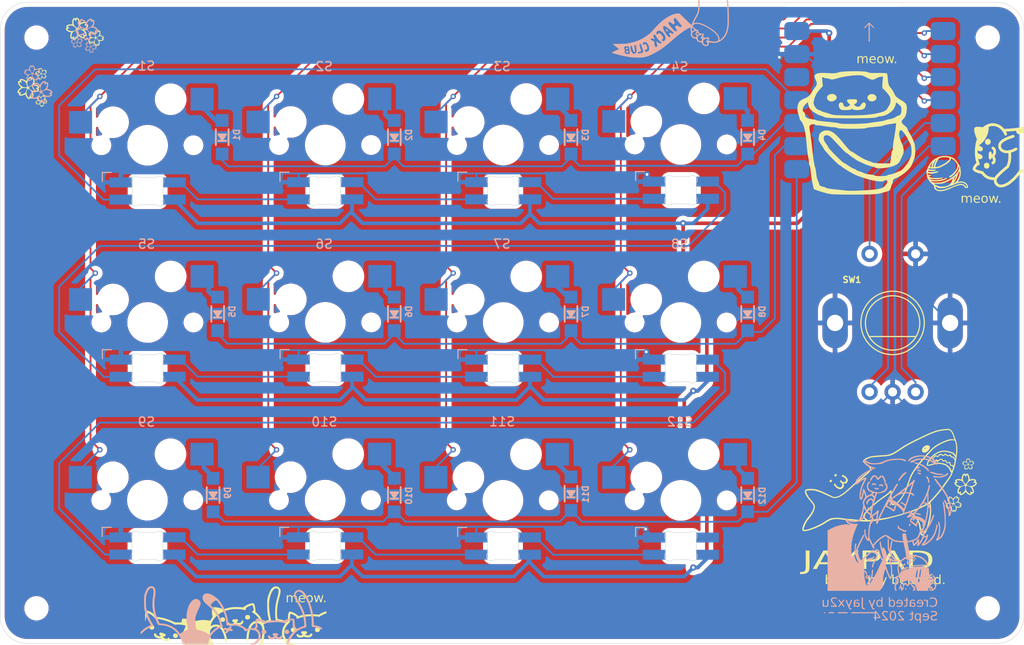
<source format=kicad_pcb>
(kicad_pcb (version 20240108) (generator "pcbnew") (generator_version "8.0")
  (layers (0 "F.Cu" signal) (31 "B.Cu" signal) (34 "B.Paste" user) (35 "F.Paste" user) (36 "B.SilkS" user "B.Silkscreen") (37 "F.SilkS" user "F.Silkscreen") (38 "B.Mask" user) (39 "F.Mask" user) (44 "Edge.Cuts" user))
  (net 0 "")
  (net 1 "ROW0")
  (net 2 "ROW1")
  (net 3 "ROW2")
  (net 4 "+5V")
  (net 5 "GND")
  (net 6 "COL0")
  (net 7 "COL1")
  (net 8 "COL2")
  (net 9 "ENC_A")
  (net 10 "ENC_B")
  (net 11 "ENC_SW")
  (net 12 "RGB")
  (net 13 "Net-(D3-PadA)")
  (net 14 "Net-(D6-PadA)")
  (net 16 "Net-(S1-DOUT)")
  (net 17 "Net-(S2-DOUT)")
  (net 18 "Net-(S3-DOUT)")
  (net 19 "Net-(S4-DOUT)")
  (net 20 "Net-(S5-DOUT)")
  (net 21 "Net-(S6-DOUT)")
  (net 22 "Net-(S7-DOUT)")
  (net 23 "Net-(S8-DOUT)")
  (net 24 "Net-(D9-PadA)")
  (net 25 "Net-(D1-PadA)")
  (net 26 "Net-(D2-PadA)")
  (net 27 "Net-(D4-PadA)")
  (net 28 "Net-(D5-PadA)")
  (net 29 "Net-(D7-PadA)")
  (net 30 "Net-(D8-PadA)")
  (net 31 "Net-(D10-PadA)")
  (net 32 "Net-(D11-PadA)")
  (net 33 "Net-(D12-PadA)")
  (net 34 "COL3")
  (net 35 "Net-(S10-DIN)")
  (net 36 "Net-(S10-DOUT)")
  (net 37 "Net-(S11-DOUT)")
  (footprint "LOGO" (layer "F.Cu") (at 129.5 62.5)
    (property "Reference" "G***" (hide yes))
    (property "Value" "LOGO" (hide yes))
  )
  (footprint "LOGO" (layer "F.Cu") (at 43.5 51 10)
    (property "Reference" "G***" (hide yes))
    (property "Value" "LOGO" (hide yes))
  )
  (footprint "JayPad:CherryMX_1.00u_KailhSocket_LTST-A683CEGBW-HS" (layer "F.Cu") (at 51.27 83.45)
    (property "Reference" "S8")
    (property "Value" "CherryMX_LTST-A683CEGBW" (hide yes))
    (fp_line (start -1.70001 5.755686) (end -1.70001 4.350002) (stroke (width 0.05)) (layer "Edge.Cuts"))
    (fp_line (start -0.794463 3.552845) (end 0.794442 3.552845) (stroke (width 0.05)) (layer "Edge.Cuts"))
    (fp_line (start 0.794441 6.552844) (end -0.794463 6.552844) (stroke (width 0.05)) (layer "Edge.Cuts"))
    (fp_line (start 1.699988 4.350002) (end 1.699988 5.755686) (stroke (width 0.05)) (layer "Edge.Cuts"))
    (fp_arc (start -1.749495 4.133124) (mid -1.712538 4.238776) (end -1.70001 4.350002) (stroke (width 0.05)) (layer "Edge.Cuts"))
    (fp_arc (start -1.749495 4.133124) (mid -1.638083 3.548809) (end -1.046722 3.484545) (stroke (width 0.05)) (layer "Edge.Cuts"))
    (fp_arc (start -1.70001 5.755687) (mid -1.712538 5.866912) (end -1.749495 5.972564) (stroke (width 0.05)) (layer "Edge.Cuts"))
    (fp_arc (start -1.046722 6.621141) (mid -1.638082 6.556879) (end -1.749495 5.972564) (stroke (width 0.05)) (layer "Edge.Cuts"))
    (fp_arc (start -1.046721 6.621143) (mid -0.925133 6.570221) (end -0.794463 6.552844) (stroke (width 0.05)) (layer "Edge.Cuts"))
    (fp_arc (start -0.794464 3.552844) (mid -0.925134 3.535467) (end -1.046722 3.484545) (stroke (width 0.05)) (layer "Edge.Cuts"))
    (fp_arc (start 0.794441 6.552844) (mid 0.925112 6.570221) (end 1.0467 6.621143) (stroke (width 0.05)) (layer "Edge.Cuts"))
    (fp_arc (start 1.0467 3.484546) (mid 0.925112 3.535468) (end 0.794442 3.552845) (stroke (width 0.05)) (layer "Edge.Cuts"))
    (fp_arc (start 1.0467 3.484546) (mid 1.638059 3.548807) (end 1.749473 4.133124) (stroke (width 0.05)) (layer "Edge.Cuts"))
    (fp_arc (start 1.699988 4.350001) (mid 1.712514 4.238775) (end 1.749473 4.133124) (stroke (width 0.05)) (layer "Edge.Cuts"))
    (fp_arc (start 1.749473 5.972563) (mid 1.638061 6.556879) (end 1.0467 6.621143) (stroke (width 0.05)) (layer "Edge.Cuts"))
    (fp_arc (start 1.749473 5.972564) (mid 1.712512 5.866914) (end 1.699988 5.755686) (stroke (width 0.05)) (layer "Edge.Cuts"))
  )
  (footprint "LOGO" (layer "F.Cu") (at 141.818177 99.098137 75)
    (property "Reference" "G***" (hide yes))
    (property "Value" "LOGO" (hide yes))
  )
  (footprint "JayPad:CherryMX_1.00u_KailhSocket_LTST-A683CEGBW-HS" (layer "F.Cu") (at 70.88 63.86)
    (property "Reference" "S3")
    (property "Value" "CherryMX_LTST-A683CEGBW" (hide yes))
    (fp_line (start -1.70001 5.755686) (end -1.70001 4.350002) (stroke (width 0.05)) (layer "Edge.Cuts"))
    (fp_line (start -0.794463 3.552845) (end 0.794442 3.552845) (stroke (width 0.05)) (layer "Edge.Cuts"))
    (fp_line (start 0.794441 6.552844) (end -0.794463 6.552844) (stroke (width 0.05)) (layer "Edge.Cuts"))
    (fp_line (start 1.699988 4.350002) (end 1.699988 5.755686) (stroke (width 0.05)) (layer "Edge.Cuts"))
    (fp_arc (start -1.749495 4.133124) (mid -1.712538 4.238776) (end -1.70001 4.350002) (stroke (width 0.05)) (layer "Edge.Cuts"))
    (fp_arc (start -1.749495 4.133124) (mid -1.638083 3.548809) (end -1.046722 3.484545) (stroke (width 0.05)) (layer "Edge.Cuts"))
    (fp_arc (start -1.70001 5.755687) (mid -1.712538 5.866912) (end -1.749495 5.972564) (stroke (width 0.05)) (layer "Edge.Cuts"))
    (fp_arc (start -1.046722 6.621141) (mid -1.638082 6.556879) (end -1.749495 5.972564) (stroke (width 0.05)) (layer "Edge.Cuts"))
    (fp_arc (start -1.046721 6.621143) (mid -0.925133 6.570221) (end -0.794463 6.552844) (stroke (width 0.05)) (layer "Edge.Cuts"))
    (fp_arc (start -0.794464 3.552844) (mid -0.925134 3.535467) (end -1.046722 3.484545) (stroke (width 0.05)) (layer "Edge.Cuts"))
    (fp_arc (start 0.794441 6.552844) (mid 0.925112 6.570221) (end 1.0467 6.621143) (stroke (width 0.05)) (layer "Edge.Cuts"))
    (fp_arc (start 1.0467 3.484546) (mid 0.925112 3.535468) (end 0.794442 3.552845) (stroke (width 0.05)) (layer "Edge.Cuts"))
    (fp_arc (start 1.0467 3.484546) (mid 1.638059 3.548807) (end 1.749473 4.133124) (stroke (width 0.05)) (layer "Edge.Cuts"))
    (fp_arc (start 1.699988 4.350001) (mid 1.712514 4.238775) (end 1.749473 4.133124) (stroke (width 0.05)) (layer "Edge.Cuts"))
    (fp_arc (start 1.749473 5.972563) (mid 1.638061 6.556879) (end 1.0467 6.621143) (stroke (width 0.05)) (layer "Edge.Cuts"))
    (fp_arc (start 1.749473 5.972564) (mid 1.712512 5.866914) (end 1.699988 5.755686) (stroke (width 0.05)) (layer "Edge.Cuts"))
  )
  (footprint "LOGO" (layer "F.Cu") (at 141.562522 101.319539)
    (property "Reference" "G***" (hide yes))
    (property "Value" "LOGO" (hide yes))
  )
  (footprint "LOGO" (layer "F.Cu") (at 140.196168 103.413122 40)
    (property "Reference" "G***" (hide yes))
    (property "Value" "LOGO" (hide yes))
  )
  (footprint "LOGO" (layer "F.Cu") (at 143 64.77733 90)
    (property "Reference" "G***" (hide yes))
    (property "Value" "LOGO" (hide yes))
  )
  (footprint "JayPad:CherryMX_1.00u_KailhSocket_LTST-A683CEGBW-HS" (layer "F.Cu") (at 51.25 103.07)
    (property "Reference" "S12")
    (property "Value" "CherryMX_LTST-A683CEGBW" (hide yes))
    (fp_line (start -1.70001 5.755686) (end -1.70001 4.350002) (stroke (width 0.05)) (layer "Edge.Cuts"))
    (fp_line (start -0.794463 3.552845) (end 0.794442 3.552845) (stroke (width 0.05)) (layer "Edge.Cuts"))
    (fp_line (start 0.794441 6.552844) (end -0.794463 6.552844) (stroke (width 0.05)) (layer "Edge.Cuts"))
    (fp_line (start 1.699988 4.350002) (end 1.699988 5.755686) (stroke (width 0.05)) (layer "Edge.Cuts"))
    (fp_arc (start -1.749495 4.133124) (mid -1.712538 4.238776) (end -1.70001 4.350002) (stroke (width 0.05)) (layer "Edge.Cuts"))
    (fp_arc (start -1.749495 4.133124) (mid -1.638083 3.548809) (end -1.046722 3.484545) (stroke (width 0.05)) (layer "Edge.Cuts"))
    (fp_arc (start -1.70001 5.755687) (mid -1.712538 5.866912) (end -1.749495 5.972564) (stroke (width 0.05)) (layer "Edge.Cuts"))
    (fp_arc (start -1.046722 6.621141) (mid -1.638082 6.556879) (end -1.749495 5.972564) (stroke (width 0.05)) (layer "Edge.Cuts"))
    (fp_arc (start -1.046721 6.621143) (mid -0.925133 6.570221) (end -0.794463 6.552844) (stroke (width 0.05)) (layer "Edge.Cuts"))
    (fp_arc (start -0.794464 3.552844) (mid -0.925134 3.535467) (end -1.046722 3.484545) (stroke (width 0.05)) (layer "Edge.Cuts"))
    (fp_arc (start 0.794441 6.552844) (mid 0.925112 6.570221) (end 1.0467 6.621143) (stroke (width 0.05)) (layer "Edge.Cuts"))
    (fp_arc (start 1.0467 3.484546) (mid 0.925112 3.535468) (end 0.794442 3.552845) (stroke (width 0.05)) (layer "Edge.Cuts"))
    (fp_arc (start 1.0467 3.484546) (mid 1.638059 3.548807) (end 1.749473 4.133124) (stroke (width 0.05)) (layer "Edge.Cuts"))
    (fp_arc (start 1.699988 4.350001) (mid 1.712514 4.238775) (end 1.749473 4.133124) (stroke (width 0.05)) (layer "Edge.Cuts"))
    (fp_arc (start 1.749473 5.972563) (mid 1.638061 6.556879) (end 1.0467 6.621143) (stroke (width 0.05)) (layer "Edge.Cuts"))
    (fp_arc (start 1.749473 5.972564) (mid 1.712512 5.866914) (end 1.699988 5.755686) (stroke (width 0.05)) (layer "Edge.Cuts"))
  )
  (footprint "JayPad:CherryMX_1.00u_KailhSocket_LTST-A683CEGBW-HS" (layer "F.Cu") (at 110.13 103.09)
    (property "Reference" "S9")
    (property "Value" "CherryMX_LTST-A683CEGBW" (hide yes))
    (fp_line (start -1.70001 5.755686) (end -1.70001 4.350002) (stroke (width 0.05)) (layer "Edge.Cuts"))
    (fp_line (start -0.794463 3.552845) (end 0.794442 3.552845) (stroke (width 0.05)) (layer "Edge.Cuts"))
    (fp_line (start 0.794441 6.552844) (end -0.794463 6.552844) (stroke (width 0.05)) (layer "Edge.Cuts"))
    (fp_line (start 1.699988 4.350002) (end 1.699988 5.755686) (stroke (width 0.05)) (layer "Edge.Cuts"))
    (fp_arc (start -1.749495 4.133124) (mid -1.712538 4.238776) (end -1.70001 4.350002) (stroke (width 0.05)) (layer "Edge.Cuts"))
    (fp_arc (start -1.749495 4.133124) (mid -1.638083 3.548809) (end -1.046722 3.484545) (stroke (width 0.05)) (layer "Edge.Cuts"))
    (fp_arc (start -1.70001 5.755687) (mid -1.712538 5.866912) (end -1.749495 5.972564) (stroke (width 0.05)) (layer "Edge.Cuts"))
    (fp_arc (start -1.046722 6.621141) (mid -1.638082 6.556879) (end -1.749495 5.972564) (stroke (width 0.05)) (layer "Edge.Cuts"))
    (fp_arc (start -1.046721 6.621143) (mid -0.925133 6.570221) (end -0.794463 6.552844) (stroke (width 0.05)) (layer "Edge.Cuts"))
    (fp_arc (start -0.794464 3.552844) (mid -0.925134 3.535467) (end -1.046722 3.484545) (stroke (width 0.05)) (layer "Edge.Cuts"))
    (fp_arc (start 0.794441 6.552844) (mid 0.925112 6.570221) (end 1.0467 6.621143) (stroke (width 0.05)) (layer "Edge.Cuts"))
    (fp_arc (start 1.0467 3.484546) (mid 0.925112 3.535468) (end 0.794442 3.552845) (stroke (width 0.05)) (layer "Edge.Cuts"))
    (fp_arc (start 1.0467 3.484546) (mid 1.638059 3.548807) (end 1.749473 4.133124) (stroke (width 0.05)) (layer "Edge.Cuts"))
    (fp_arc (start 1.699988 4.350001) (mid 1.712514 4.238775) (end 1.749473 4.133124) (stroke (width 0.05)) (layer "Edge.Cuts"))
    (fp_arc (start 1.749473 5.972563) (mid 1.638061 6.556879) (end 1.0467 6.621143) (stroke (width 0.05)) (layer "Edge.Cuts"))
    (fp_arc (start 1.749473 5.972564) (mid 1.712512 5.866914) (end 1.699988 5.755686) (stroke (width 0.05)) (layer "Edge.Cuts"))
  )
  (footprint "MountingHole:MountingHole_2.2mm_M2" (layer "F.Cu") (at 144 52)
    (property "Reference" "REF**" (hide yes))
    (property "Value" "MountingHole_2.2mm_M2" (hide yes))
  )
  (footprint "LOGO" (layer "F.Cu") (at 45.5 52 50)
    (property "Reference" "G***" (hide yes))
    (property "Value" "LOGO" (hide yes))
  )
  (footprint "JayPad:CherryMX_1.00u_KailhSocket_LTST-A683CEGBW-HS" (layer "F.Cu") (at 51.27 63.89)
    (property "Reference" "S4")
    (property "Value" "CherryMX_LTST-A683CEGBW" (hide yes))
    (fp_line (start -1.70001 5.755686) (end -1.70001 4.350002) (stroke (width 0.05)) (layer "Edge.Cuts"))
    (fp_line (start -0.794463 3.552845) (end 0.794442 3.552845) (stroke (width 0.05)) (layer "Edge.Cuts"))
    (fp_line (start 0.794441 6.552844) (end -0.794463 6.552844) (stroke (width 0.05)) (layer "Edge.Cuts"))
    (fp_line (start 1.699988 4.350002) (end 1.699988 5.755686) (stroke (width 0.05)) (layer "Edge.Cuts"))
    (fp_arc (start -1.749495 4.133124) (mid -1.712538 4.238776) (end -1.70001 4.350002) (stroke (width 0.05)) (layer "Edge.Cuts"))
    (fp_arc (start -1.749495 4.133124) (mid -1.638083 3.548809) (end -1.046722 3.484545) (stroke (width 0.05)) (layer "Edge.Cuts"))
    (fp_arc (start -1.70001 5.755687) (mid -1.712538 5.866912) (end -1.749495 5.972564) (stroke (width 0.05)) (layer "Edge.Cuts"))
    (fp_arc (start -1.046722 6.621141) (mid -1.638082 6.556879) (end -1.749495 5.972564) (stroke (width 0.05)) (layer "Edge.Cuts"))
    (fp_arc (start -1.046721 6.621143) (mid -0.925133 6.570221) (end -0.794463 6.552844) (stroke (width 0.05)) (layer "Edge.Cuts"))
    (fp_arc (start -0.794464 3.552844) (mid -0.925134 3.535467) (end -1.046722 3.484545) (stroke (width 0.05)) (layer "Edge.Cuts"))
    (fp_arc (start 0.794441 6.552844) (mid 0.925112 6.570221) (end 1.0467 6.621143) (stroke (width 0.05)) (layer "Edge.Cuts"))
    (fp_arc (start 1.0467 3.484546) (mid 0.925112 3.535468) (end 0.794442 3.552845) (stroke (width 0.05)) (layer "Edge.Cuts"))
    (fp_arc (start 1.0467 3.484546) (mid 1.638059 3.548807) (end 1.749473 4.133124) (stroke (width 0.05)) (layer "Edge.Cuts"))
    (fp_arc (start 1.699988 4.350001) (mid 1.712514 4.238775) (end 1.749473 4.133124) (stroke (width 0.05)) (layer "Edge.Cuts"))
    (fp_arc (start 1.749473 5.972563) (mid 1.638061 6.556879) (end 1.0467 6.621143) (stroke (width 0.05)) (layer "Edge.Cuts"))
    (fp_arc (start 1.749473 5.972564) (mid 1.712512 5.866914) (end 1.699988 5.755686) (stroke (width 0.05)) (layer "Edge.Cuts"))
  )
  (footprint "JayPad:CherryMX_1.00u_KailhSocket_LTST-A683CEGBW-HS" (layer "F.Cu") (at 90.52 83.45)
    (property "Reference" "S6")
    (property "Value" "CherryMX_LTST-A683CEGBW" (hide yes))
    (fp_line (start -1.70001 5.755686) (end -1.70001 4.350002) (stroke (width 0.05)) (layer "Edge.Cuts"))
    (fp_line (start -0.794463 3.552845) (end 0.794442 3.552845) (stroke (width 0.05)) (layer "Edge.Cuts"))
    (fp_line (start 0.794441 6.552844) (end -0.794463 6.552844) (stroke (width 0.05)) (layer "Edge.Cuts"))
    (fp_line (start 1.699988 4.350002) (end 1.699988 5.755686) (stroke (width 0.05)) (layer "Edge.Cuts"))
    (fp_arc (start -1.749495 4.133124) (mid -1.712538 4.238776) (end -1.70001 4.350002) (stroke (width 0.05)) (layer "Edge.Cuts"))
    (fp_arc (start -1.749495 4.133124) (mid -1.638083 3.548809) (end -1.046722 3.484545) (stroke (width 0.05)) (layer "Edge.Cuts"))
    (fp_arc (start -1.70001 5.755687) (mid -1.712538 5.866912) (end -1.749495 5.972564) (stroke (width 0.05)) (layer "Edge.Cuts"))
    (fp_arc (start -1.046722 6.621141) (mid -1.638082 6.556879) (end -1.749495 5.972564) (stroke (width 0.05)) (layer "Edge.Cuts"))
    (fp_arc (start -1.046721 6.621143) (mid -0.925133 6.570221) (end -0.794463 6.552844) (stroke (width 0.05)) (layer "Edge.Cuts"))
    (fp_arc (start -0.794464 3.552844) (mid -0.925134 3.535467) (end -1.046722 3.484545) (stroke (width 0.05)) (layer "Edge.Cuts"))
    (fp_arc (start 0.794441 6.552844) (mid 0.925112 6.570221) (end 1.0467 6.621143) (stroke (width 0.05)) (layer "Edge.Cuts"))
    (fp_arc (start 1.0467 3.484546) (mid 0.925112 3.535468) (end 0.794442 3.552845) (stroke (width 0.05)) (layer "Edge.Cuts"))
    (fp_arc (start 1.0467 3.484546) (mid 1.638059 3.548807) (end 1.749473 4.133124) (stroke (width 0.05)) (layer "Edge.Cuts"))
    (fp_arc (start 1.699988 4.350001) (mid 1.712514 4.238775) (end 1.749473 4.133124) (stroke (width 0.05)) (layer "Edge.Cuts"))
    (fp_arc (start 1.749473 5.972563) (mid 1.638061 6.556879) (end 1.0467 6.621143) (stroke (width 0.05)) (layer "Edge.Cuts"))
    (fp_arc (start 1.749473 5.972564) (mid 1.712512 5.866914) (end 1.699988 5.755686) (stroke (width 0.05)) (layer "Edge.Cuts"))
  )
  (footprint "JayPad:CherryMX_1.00u_KailhSocket_LTST-A683CEGBW-HS" (layer "F.Cu") (at 110.12 83.45)
    (property "Reference" "S5")
    (property "Value" "CherryMX_LTST-A683CEGBW" (hide yes))
    (fp_line (start -1.70001 5.755686) (end -1.70001 4.350002) (stroke (width 0.05)) (layer "Edge.Cuts"))
    (fp_line (start -0.794463 3.552845) (end 0.794442 3.552845) (stroke (width 0.05)) (layer "Edge.Cuts"))
    (fp_line (start 0.794441 6.552844) (end -0.794463 6.552844) (stroke (width 0.05)) (layer "Edge.Cuts"))
    (fp_line (start 1.699988 4.350002) (end 1.699988 5.755686) (stroke (width 0.05)) (layer "Edge.Cuts"))
    (fp_arc (start -1.749495 4.133124) (mid -1.712538 4.238776) (end -1.70001 4.350002) (stroke (width 0.05)) (layer "Edge.Cuts"))
    (fp_arc (start -1.749495 4.133124) (mid -1.638083 3.548809) (end -1.046722 3.484545) (stroke (width 0.05)) (layer "Edge.Cuts"))
    (fp_arc (start -1.70001 5.755687) (mid -1.712538 5.866912) (end -1.749495 5.972564) (stroke (width 0.05)) (layer "Edge.Cuts"))
    (fp_arc (start -1.046722 6.621141) (mid -1.638082 6.556879) (end -1.749495 5.972564) (stroke (width 0.05)) (layer "Edge.Cuts"))
    (fp_arc (start -1.046721 6.621143) (mid -0.925133 6.570221) (end -0.794463 6.552844) (stroke (width 0.05)) (layer "Edge.Cuts"))
    (fp_arc (start -0.794464 3.552844) (mid -0.925134 3.535467) (end -1.046722 3.484545) (stroke (width 0.05)) (layer "Edge.Cuts"))
    (fp_arc (start 0.794441 6.552844) (mid 0.925112 6.570221) (end 1.0467 6.621143) (stroke (width 0.05)) (layer "Edge.Cuts"))
    (fp_arc (start 1.0467 3.484546) (mid 0.925112 3.535468) (end 0.794442 3.552845) (stroke (width 0.05)) (layer "Edge.Cuts"))
    (fp_arc (start 1.0467 3.484546) (mid 1.638059 3.548807) (end 1.749473 4.133124) (stroke (width 0.05)) (layer "Edge.Cuts"))
    (fp_arc (start 1.699988 4.350001) (mid 1.712514 4.238775) (end 1.749473 4.133124) (stroke (width 0.05)) (layer "Edge.Cuts"))
    (fp_arc (start 1.749473 5.972563) (mid 1.638061 6.556879) (end 1.0467 6.621143) (stroke (width 0.05)) (layer "Edge.Cuts"))
    (fp_arc (start 1.749473 5.972564) (mid 1.712512 5.866914) (end 1.699988 5.755686) (stroke (width 0.05)) (layer "Edge.Cuts"))
  )
  (footprint "JayPad:CherryMX_1.00u_KailhSocket_LTST-A683CEGBW-HS" (layer "F.Cu") (at 90.52 63.86)
    (property "Reference" "S2")
    (property "Value" "CherryMX_LTST-A683CEGBW" (hide yes))
    (fp_line (start -1.70001 5.755686) (end -1.70001 4.350002) (stroke (width 0.05)) (layer "Edge.Cuts"))
    (fp_line (start -0.794463 3.552845) (end 0.794442 3.552845) (stroke (width 0.05)) (layer "Edge.Cuts"))
    (fp_line (start 0.794441 6.552844) (end -0.794463 6.552844) (stroke (width 0.05)) (layer "Edge.Cuts"))
    (fp_line (start 1.699988 4.350002) (end 1.699988 5.755686) (stroke (width 0.05)) (layer "Edge.Cuts"))
    (fp_arc (start -1.749495 4.133124) (mid -1.712538 4.238776) (end -1.70001 4.350002) (stroke (width 0.05)) (layer "Edge.Cuts"))
    (fp_arc (start -1.749495 4.133124) (mid -1.638083 3.548809) (end -1.046722 3.484545) (stroke (width 0.05)) (layer "Edge.Cuts"))
    (fp_arc (start -1.70001 5.755687) (mid -1.712538 5.866912) (end -1.749495 5.972564) (stroke (width 0.05)) (layer "Edge.Cuts"))
    (fp_arc (start -1.046722 6.621141) (mid -1.638082 6.556879) (end -1.749495 5.972564) (stroke (width 0.05)) (layer "Edge.Cuts"))
    (fp_arc (start -1.046721 6.621143) (mid -0.925133 6.570221) (end -0.794463 6.552844) (stroke (width 0.05)) (layer "Edge.Cuts"))
    (fp_arc (start -0.794464 3.552844) (mid -0.925134 3.535467) (end -1.046722 3.484545) (stroke (width 0.05)) (layer "Edge.Cuts"))
    (fp_arc (start 0.794441 6.552844) (mid 0.925112 6.570221) (end 1.0467 6.621143) (stroke (width 0.05)) (layer "Edge.Cuts"))
    (fp_arc (start 1.0467 3.484546) (mid 0.925112 3.535468) (end 0.794442 3.552845) (stroke (width 0.05)) (layer "Edge.Cuts"))
    (fp_arc (start 1.0467 3.484546) (mid 1.638059 3.548807) (end 1.749473 4.133124) (stroke (width 0.05)) (layer "Edge.Cuts"))
    (fp_arc (start 1.699988 4.350001) (mid 1.712514 4.238775) (end 1.749473 4.133124) (stroke (width 0.05)) (layer "Edge.Cuts"))
    (fp_arc (start 1.749473 5.972563) (mid 1.638061 6.556879) (end 1.0467 6.621143) (stroke (width 0.05)) (layer "Edge.Cuts"))
    (fp_arc (start 1.749473 5.972564) (mid 1.712512 5.866914) (end 1.699988 5.755686) (stroke (width 0.05)) (layer "Edge.Cuts"))
  )
  (footprint "MountingHole:MountingHole_2.2mm_M2" (layer "F.Cu") (at 39 52)
    (property "Reference" "REF**" (hide yes))
    (property "Value" "MountingHole_2.2mm_M2" (hide yes))
  )
  (footprint "LOGO" (layer "F.Cu") (at 39.5 59 115)
    (property "Reference" "G***" (hide yes))
    (property "Value" "LOGO" (hide yes))
  )
  (footprint "JayPad:CherryMX_1.00u_KailhSocket_LTST-A683CEGBW-HS" (layer "F.Cu") (at 70.89 83.44)
    (property "Reference" "S7")
    (property "Value" "CherryMX_LTST-A683CEGBW" (hide yes))
    (fp_line (start -1.70001 5.755686) (end -1.70001 4.350002) (stroke (width 0.05)) (layer "Edge.Cuts"))
    (fp_line (start -0.794463 3.552845) (end 0.794442 3.552845) (stroke (width 0.05)) (layer "Edge.Cuts"))
    (fp_line (start 0.794441 6.552844) (end -0.794463 6.552844) (stroke (width 0.05)) (layer "Edge.Cuts"))
    (fp_line (start 1.699988 4.350002) (end 1.699988 5.755686) (stroke (width 0.05)) (layer "Edge.Cuts"))
    (fp_arc (start -1.749495 4.133124) (mid -1.712538 4.238776) (end -1.70001 4.350002) (stroke (width 0.05)) (layer "Edge.Cuts"))
    (fp_arc (start -1.749495 4.133124) (mid -1.638083 3.548809) (end -1.046722 3.484545) (stroke (width 0.05)) (layer "Edge.Cuts"))
    (fp_arc (start -1.70001 5.755687) (mid -1.712538 5.866912) (end -1.749495 5.972564) (stroke (width 0.05)) (layer "Edge.Cuts"))
    (fp_arc (start -1.046722 6.621141) (mid -1.638082 6.556879) (end -1.749495 5.972564) (stroke (width 0.05)) (layer "Edge.Cuts"))
    (fp_arc (start -1.046721 6.621143) (mid -0.925133 6.570221) (end -0.794463 6.552844) (stroke (width 0.05)) (layer "Edge.Cuts"))
    (fp_arc (start -0.794464 3.552844) (mid -0.925134 3.535467) (end -1.046722 3.484545) (stroke (width 0.05)) (layer "Edge.Cuts"))
    (fp_arc (start 0.794441 6.552844) (mid 0.925112 6.570221) (end 1.0467 6.621143) (stroke (width 0.05)) (layer "Edge.Cuts"))
    (fp_arc (start 1.0467 3.484546) (mid 0.925112 3.535468) (end 0.794442 3.552845) (stroke (width 0.05)) (layer "Edge.Cuts"))
    (fp_arc (start 1.0467 3.484546) (mid 1.638059 3.548807) (end 1.749473 4.133124) (stroke (width 0.05)) (layer "Edge.Cuts"))
    (fp_arc (start 1.699988 4.350001) (mid 1.712514 4.238775) (end 1.749473 4.133124) (stroke (width 0.05)) (layer "Edge.Cuts"))
    (fp_arc (start 1.749473 5.972563) (mid 1.638061 6.556879) (end 1.0467 6.621143) (stroke (width 0.05)) (layer "Edge.Cuts"))
    (fp_arc (start 1.749473 5.972564) (mid 1.712512 5.866914) (end 1.699988 5.755686) (stroke (width 0.05)) (layer "Edge.Cuts"))
  )
  (footprint "LOGO" (layer "F.Cu") (at 61 115.5)
    (property "Reference" "G***" (hide yes))
    (property "Value" "LOGO" (hide yes))
  )
  (footprint "MountingHole:MountingHole_2.2mm_M2" (layer "F.Cu") (at 144 115)
    (property "Reference" "REF**" (hide yes))
    (property "Value" "MountingHole_2.2mm_M2" (hide yes))
  )
  (footprint "MountingHole:MountingHole_2.2mm_M2" (layer "F.Cu") (at 39 115)
    (property "Reference" "REF**" (hide yes))
    (property "Value" "MountingHole_2.2mm_M2" (hide yes))
  )
  (footprint "JayPad:CherryMX_1.00u_KailhSocket_LTST-A683CEGBW-HS" (layer "F.Cu") (at 70.865 103.06)
    (property "Reference" "S11")
    (property "Value" "CherryMX_LTST-A683CEGBW" (hide yes))
    (fp_line (start -1.70001 5.755686) (end -1.70001 4.350002) (stroke (width 0.05)) (layer "Edge.Cuts"))
    (fp_line (start -0.794463 3.552845) (end 0.794442 3.552845) (stroke (width 0.05)) (layer "Edge.Cuts"))
    (fp_line (start 0.794441 6.552844) (end -0.794463 6.552844) (stroke (width 0.05)) (layer "Edge.Cuts"))
    (fp_line (start 1.699988 4.350002) (end 1.699988 5.755686) (stroke (width 0.05)) (layer "Edge.Cuts"))
    (fp_arc (start -1.749495 4.133124) (mid -1.712538 4.238776) (end -1.70001 4.350002) (stroke (width 0.05)) (layer "Edge.Cuts"))
    (fp_arc (start -1.749495 4.133124) (mid -1.638083 3.548809) (end -1.046722 3.484545) (stroke (width 0.05)) (layer "Edge.Cuts"))
    (fp_arc (start -1.70001 5.755687) (mid -1.712538 5.866912) (end -1.749495 5.972564) (stroke (width 0.05)) (layer "Edge.Cuts"))
    (fp_arc (start -1.046722 6.621141) (mid -1.638082 6.556879) (end -1.749495 5.972564) (stroke (width 0.05)) (layer "Edge.Cuts"))
    (fp_arc (start -1.046721 6.621143) (mid -0.925133 6.570221) (end -0.794463 6.552844) (stroke (width 0.05)) (layer "Edge.Cuts"))
    (fp_arc (start -0.794464 3.552844) (mid -0.925134 3.535467) (end -1.046722 3.484545) (stroke (width 0.05)) (layer "Edge.Cuts"))
    (fp_arc (start 0.794441 6.552844) (mid 0.925112 6.570221) (end 1.0467 6.621143) (stroke (width 0.05)) (layer "Edge.Cuts"))
    (fp_arc (start 1.0467 3.484546) (mid 0.925112 3.535468) (end 0.794442 3.552845) (stroke (width 0.05)) (layer "Edge.Cuts"))
    (fp_arc (start 1.0467 3.484546) (mid 1.638059 3.548807) (end 1.749473 4.133124) (stroke (width 0.05)) (layer "Edge.Cuts"))
    (fp_arc (start 1.699988 4.350001) (mid 1.712514 4.238775) (end 1.749473 4.133124) (stroke (width 0.05)) (layer "Edge.Cuts"))
    (fp_arc (start 1.749473 5.972563) (mid 1.638061 6.556879) (end 1.0467 6.621143) (stroke (width 0.05)) (layer "Edge.Cuts"))
    (fp_arc (start 1.749473 5.972564) (mid 1.712512 5.866914) (end 1.699988 5.755686) (stroke (width 0.05)) (layer "Edge.Cuts"))
  )
  (footprint "LOGO" (layer "F.Cu") (at 60.5 115.5 180)
    (property "Reference" "G***" (hide yes))
    (property "Value" "LOGO" (hide yes))
  )
  (footprint "LOGO" (layer "F.Cu") (at 38 57.5 50)
    (property "Reference" "G***" (hide yes))
    (property "Value" "LOGO" (hide yes))
  )
  (footprint "LOGO" (layer "F.Cu") (at 39.5 56 85)
    (property "Reference" "G***" (hide yes))
    (property "Value" "LOGO" (hide yes))
  )
  (footprint "LOGO" (layer "F.Cu") (at 132 100.96246 -20)
    (property "Reference" ":3")
    (property "Value" "LOGO" (hide yes))
  )
  (footprint "JayPad:ADAFRUIT_ELECTROMECH_PEC11+SWITCH" (layer "F.Cu") (at 133.5 83.5)
    (property "Reference" "SW1")
    (property "Value" "PEC11-4215F-S24" (hide yes))
  )
  (footprint "JayPad:CherryMX_1.00u_KailhSocket_LTST-A683CEGBW-HS" (layer "F.Cu") (at 90.49 103.08)
    (property "Reference" "S10")
    (property "Value" "CherryMX_LTST-A683CEGBW" (hide yes))
    (fp_line (start -1.70001 5.755686) (end -1.70001 4.350002) (stroke (width 0.05)) (layer "Edge.Cuts"))
    (fp_line (start -0.794463 3.552845) (end 0.794442 3.552845) (stroke (width 0.05)) (layer "Edge.Cuts"))
    (fp_line (start 0.794441 6.552844) (end -0.794463 6.552844) (stroke (width 0.05)) (layer "Edge.Cuts"))
    (fp_line (start 1.699988 4.350002) (end 1.699988 5.755686) (stroke (width 0.05)) (layer "Edge.Cuts"))
    (fp_arc (start -1.749495 4.133124) (mid -1.712538 4.238776) (end -1.70001 4.350002) (stroke (width 0.05)) (layer "Edge.Cuts"))
    (fp_arc (start -1.749495 4.133124) (mid -1.638083 3.548809) (end -1.046722 3.484545) (stroke (width 0.05)) (layer "Edge.Cuts"))
    (fp_arc (start -1.70001 5.755687) (mid -1.712538 5.866912) (end -1.749495 5.972564) (stroke (width 0.05)) (layer "Edge.Cuts"))
    (fp_arc (start -1.046722 6.621141) (mid -1.638082 6.556879) (end -1.749495 5.972564) (stroke (width 0.05)) (layer "Edge.Cuts"))
    (fp_arc (start -1.046721 6.621143) (mid -0.925133 6.570221) (end -0.794463 6.552844) (stroke (width 0.05)) (layer "Edge.Cuts"))
    (fp_arc (start -0.794464 3.552844) (mid -0.925134 3.535467) (end -1.046722 3.484545) (stroke (width 0.05)) (layer "Edge.Cuts"))
    (fp_arc (start 0.794441 6.552844) (mid 0.925112 6.570221) (end 1.0467 6.621143) (stroke (width 0.05)) (layer "Edge.Cuts"))
    (fp_arc (start 1.0467 3.484546) (mid 0.925112 3.535468) (end 0.794442 3.552845) (stroke (width 0.05)) (layer "Edge.Cuts"))
    (fp_arc (start 1.0467 3.484546) (mid 1.638059 3.548807) (end 1.749473 4.133124) (stroke (width 0.05)) (layer "Edge.Cuts"))
    (fp_arc (start 1.699988 4.350001) (mid 1.712514 4.238775) (end 1.749473 4.133124) (stroke (width 0.05)) (layer "Edge.Cuts"))
    (fp_arc (start 1.749473 5.972563) (mid 1.638061 6.556879) (end 1.0467 6.621143) (stroke (width 0.05)) (layer "Edge.Cuts"))
    (fp_arc (start 1.749473 5.972564) (mid 1.712512 5.866914) (end 1.699988 5.755686) (stroke (width 0.05)) (layer "Edge.Cuts"))
  )
  (footprint "JayPad:CherryMX_1.00u_KailhSocket_LTST-A683CEGBW-HS" (layer "F.Cu") (at 110.13 63.8)
    (property "Reference" "S1")
    (property "Value" "CherryMX_LTST-A683CEGBW" (hide yes))
    (fp_line (start -1.70001 5.755686) (end -1.70001 4.350002) (stroke (width 0.05)) (layer "Edge.Cuts"))
    (fp_line (start -0.794463 3.552845) (end 0.794442 3.552845) (stroke (width 0.05)) (layer "Edge.Cuts"))
    (fp_line (start 0.794441 6.552844) (end -0.794463 6.552844) (stroke (width 0.05)) (layer "Edge.Cuts"))
    (fp_line (start 1.699988 4.350002) (end 1.699988 5.755686) (stroke (width 0.05)) (layer "Edge.Cuts"))
    (fp_arc (start -1.749495 4.133124) (mid -1.712538 4.238776) (end -1.70001 4.350002) (stroke (width 0.05)) (layer "Edge.Cuts"))
    (fp_arc (start -1.749495 4.133124) (mid -1.638083 3.548809) (end -1.046722 3.484545) (stroke (width 0.05)) (layer "Edge.Cuts"))
    (fp_arc (start -1.70001 5.755687) (mid -1.712538 5.866912) (end -1.749495 5.972564) (stroke (width 0.05)) (layer "Edge.Cuts"))
    (fp_arc (start -1.046722 6.621141) (mid -1.638082 6.556879) (end -1.749495 5.972564) (stroke (width 0.05)) (layer "Edge.Cuts"))
    (fp_arc (start -1.046721 6.621143) (mid -0.925133 6.570221) (end -0.794463 6.552844) (stroke (width 0.05)) (layer "Edge.Cuts"))
    (fp_arc (start -0.794464 3.552844) (mid -0.925134 3.535467) (end -1.046722 3.484545) (stroke (width 0.05)) (layer "Edge.Cuts"))
    (fp_arc (start 0.794441 6.552844) (mid 0.925112 6.570221) (end 1.0467 6.621143) (stroke (width 0.05)) (layer "Edge.Cuts"))
    (fp_arc (start 1.0467 3.484546) (mid 0.925112 3.535468) (end 0.794442 3.552845) (stroke (width 0.05)) (layer "Edge.Cuts"))
    (fp_arc (start 1.0467 3.484546) (mid 1.638059 3.548807) (end 1.749473 4.133124) (stroke (width 0.05)) (layer "Edge.Cuts"))
    (fp_arc (start 1.699988 4.350001) (mid 1.712514 4.238775) (end 1.749473 4.133124) (stroke (width 0.05)) (layer "Edge.Cuts"))
    (fp_arc (start 1.749473 5.972563) (mid 1.638061 6.556879) (end 1.0467 6.621143) (stroke (width 0.05)) (layer "Edge.Cuts"))
    (fp_arc (start 1.749473 5.972564) (mid 1.712512 5.866914) (end 1.699988 5.755686) (stroke (width 0.05)) (layer "Edge.Cuts"))
  )
  (footprint "LOGO" (layer "F.Cu") (at 139.5 67)
    (property "Reference" "G***" (hide yes))
    (property "Value" "LOGO" (hide yes))
  )
  (footprint "JayPad:MICROBUILDER_SOD-123" (layer "B.Cu") (at 98 63 -90)
    (property "Reference" "D3")
    (property "Value" "1N4148W" (hide yes))
  )
  (footprint "JayPad:MOUDLE14P-SMD-2.54-21X17.8MM" (layer "B.Cu") (at 139.9175 69.405 180)
    (property "Reference" "M1" (hide yes))
    (property "Value" "MOUDLE-SEEEDUINO-XIAO" (hide yes))
  )
  (footprint "LOGO" (layer "B.Cu") (at 133.83184 105.562731 180)
    (property "Reference" "G***" (hide yes))
    (property "Value" "LOGO" (hide yes))
  )
  (footprint "JayPad:MICROBUILDER_SOD-123" (layer "B.Cu") (at 117.5 102.5 -90)
    (property "Reference" "D12")
    (property "Value" "1N4148W" (hide yes))
  )
  (footprint "LOGO" (layer "B.Cu") (at 39.569802 58 80)
    (property "Reference" "G***" (hide yes))
    (property "Value" "LOGO" (hide yes))
  )
  (footprint "JayPad:MICROBUILDER_SOD-123" (layer "B.Cu") (at 58.5 102.5 -90)
    (property "Reference" "D9")
    (property "Value" "1N4148W" (hide yes))
  )
  (footprint "JayPad:MICROBUILDER_SOD-123" (layer "B.Cu") (at 78.5 63 -90)
    (property "Reference" "D2")
    (property "Value" "1N4148W" (hide yes))
  )
  (footprint "JayPad:MICROBUILDER_SOD-123" (layer "B.Cu") (at 78.5 102.5 -90)
    (property "Reference" "D10")
    (property "Value" "1N4148W" (hide yes))
  )
  (footprint "LOGO" (layer "B.Cu") (at 43.5 52.5 115)
    (property "Reference" "G***" (hide yes))
    (property "Value" "LOGO" (hide yes))
  )
  (footprint "LOGO" (layer "B.Cu") (at 109 51.5 180)
    (property "Reference" "G***" (hide yes))
    (property "Value" "LOGO" (hide yes))
  )
  (footprint "JayPad:MICROBUILDER_SOD-123" (layer "B.Cu") (at 59.5 63 -90)
    (property "Reference" "D1")
    (property "Value" "1N4148W" (hide yes))
  )
  (footprint "JayPad:MICROBUILDER_SOD-123" (layer "B.Cu") (at 117.5 63 -90)
    (property "Reference" "D4")
    (property "Value" "1N4148W" (hide yes))
  )
  (footprint "JayPad:MICROBUILDER_SOD-123" (layer "B.Cu") (at 98 82.5 -90)
    (property "Reference" "D7")
    (property "Value" "1N4148W" (hide yes))
  )
  (footprint "LOGO" (layer "B.Cu") (at 38.569802 56 40)
    (property "Reference" "G***" (hide yes))
    (property "Value" "LOGO" (hide yes))
  )
  (footprint "JayPad:MICROBUILDER_SOD-123" (layer "B.Cu") (at 98 102.35 -90)
    (property "Reference" "D11")
    (property "Value" "1N4148W" (hide yes))
  )
  (footprint "LOGO" (layer "B.Cu") (at 44.48715 51 -140)
    (property "Reference" "G***" (hide yes))
    (property "Value" "LOGO" (hide yes))
  )
  (footprint "JayPad:MICROBUILDER_SOD-123" (layer "B.Cu") (at 59 82.5 -90)
    (property "Reference" "D5")
    (property "Value" "1N4148W" (hide yes))
  )
  (footprint "LOGO" (layer "B.Cu") (at 45 53 155)
    (property "Reference" "G***" (hide yes))
    (property "Value" "LOGO" (hide yes))
  )
  (footprint "JayPad:MICROBUILDER_SOD-123" (layer "B.Cu") (at 117.5 82.5 -90)
    (property "Reference" "D8")
    (property "Value" "1N4148W" (hide yes))
  )
  (footprint "JayPad:MICROBUILDER_SOD-123" (layer "B.Cu") (at 78.5 82.5 -90)
    (property "Reference" "D6")
    (property "Value" "1N4148W" (hide yes))
  )
  (gr_rect (start 126.5 115.4746) (end 127 115.5) (stroke (width 0.1)) (fill none) (layer "B.SilkS"))
  (gr_rect (start 129 115.4746) (end 131.5 115.5) (stroke (width 0.1)) (fill none) (layer "B.SilkS"))
  (gr_rect (start 125.9746 115.4746) (end 126 115.5) (stroke (width 0.1)) (fill none) (layer "B.SilkS"))
  (gr_rect (start 127.5 115.4746) (end 128.5 115.5) (stroke (width 0.1)) (fill none) (layer "B.SilkS"))
  (gr_line (start 148 115.878667) (end 148 51.12132) (stroke (width 0.05)) (layer "Edge.Cuts"))
  (gr_arc (start 35 51.12132) (mid 35.87868 49) (end 38 48.12132) (stroke (width 0.05)) (layer "Edge.Cuts"))
  (gr_line (start 145 48.12132) (end 38 48.12132) (stroke (width 0.05)) (layer "Edge.Cuts"))
  (gr_arc (start 148 115.878667) (mid 147.121327 118) (end 145 118.878667) (stroke (width 0.05)) (layer "Edge.Cuts"))
  (gr_arc (start 38 118.878667) (mid 35.878687 117.999986) (end 35 115.878667) (stroke (width 0.05)) (layer "Edge.Cuts"))
  (gr_line (start 35 51.12132) (end 35 115.878667) (stroke (width 0.05)) (layer "Edge.Cuts"))
  (gr_line (start 38 118.878667) (end 145 118.878667) (stroke (width 0.05)) (layer "Edge.Cuts"))
  (gr_arc (start 145 48.12132) (mid 147.12132 49) (end 148 51.12132) (stroke (width 0.05)) (layer "Edge.Cuts"))
  (gr_text "Created by Jayx2u" (at 138.5 115 0) (layer "B.SilkS") (effects (font (size 1 1) (thickness 0.1)) (justify left bottom mirror)))
  (gr_text "Sept 2024" (at 138.5 116.5 0) (layer "B.SilkS") (effects (font (size 1 1) (thickness 0.1)) (justify left bottom mirror)))
  (gr_text "meow." (at 66.5 114.5 0) (layer "F.SilkS") (effects (font (size 1 1)) (justify left bottom)))
  (gr_text "JAYPAD" (at 123.5 111 0) (layer "F.SilkS") (effects (font (size 2 3)) (justify left bottom)))
  (gr_text "blåhaj my beloved." (at 126 112.5 0) (layer "F.SilkS") (effects (font (size 1 1)) (justify left bottom)))
  (gr_text "meow." (at 129.5 55 0) (layer "F.SilkS") (effects (font (size 1 1)) (justify left bottom)))
  (gr_text "meow." (at 141 70.405 0) (layer "F.SilkS") (effects (font (size 1 1)) (justify left bottom)))
  (segment (start 98 65.2) (end 98.954 66.154) (width 0.2) (layer "B.Cu") (net 1))
  (segment (start 121.555 61.445) (end 122.9175 61.445) (width 0.2) (layer "B.Cu") (net 1))
  (segment (start 117.5 65) (end 118 65) (width 0.2) (layer "B.Cu") (net 1))
  (segment (start 60.164 66.214) (end 77.486 66.214) (width 0.2) (layer "B.Cu") (net 1))
  (segment (start 98.954 66.154) (end 116.346 66.154) (width 0.2) (layer "B.Cu") (net 1))
  (segment (start 116.346 66.154) (end 117.5 65) (width 0.2) (layer "B.Cu") (net 1))
  (segment (start 118 65) (end 121.555 61.445) (width 0.2) (layer "B.Cu") (net 1))
  (segment (start 77.486 66.214) (end 78.5 65.2) (width 0.2) (layer "B.Cu") (net 1))
  (segment (start 59 65.05) (end 60.164 66.214) (width 0.2) (layer "B.Cu") (net 1))
  (segment (start 96.986 66.214) (end 98 65.2) (width 0.2) (layer "B.Cu") (net 1))
  (segment (start 79.514 66.214) (end 96.986 66.214) (width 0.2) (layer "B.Cu") (net 1))
  (segment (start 78.5 65.2) (end 79.514 66.214) (width 0.2) (layer "B.Cu") (net 1))
  (segment (start 99.104 85.804) (end 116.196 85.804) (width 0.2) (layer "B.Cu") (net 2))
  (segment (start 77.406 85.794) (end 78.5 84.7) (width 0.2) (layer "B.Cu") (net 2))
  (segment (start 117.5 84.5) (end 119 84.5) (width 0.2) (layer "B.Cu") (net 2))
  (segment (start 119 84.5) (end 120.5 83) (width 0.2) (layer "B.Cu") (net 2))
  (segment (start 120.5 83) (end 120.5 65) (width 0.2) (layer "B.Cu") (net 2))
  (segment (start 59 84.7) (end 60.094 85.794) (width 0.2) (layer "B.Cu") (net 2))
  (segment (start 98 84.7) (end 99.104 85.804) (width 0.2) (layer "B.Cu") (net 2))
  (segment (start 120.5 65) (end 121.515 63.985) (width 0.2) (layer "B.Cu") (net 2))
  (segment (start 78.5 84.7) (end 79.604 85.804) (width 0.2) (layer "B.Cu") (net 2))
  (segment (start 60.094 85.794) (end 77.406 85.794) (width 0.2) (layer "B.Cu") (net 2))
  (segment (start 96.896 85.804) (end 98 84.7) (width 0.2) (layer "B.Cu") (net 2))
  (segment (start 121.515 63.985) (end 122.9175 63.985) (width 0.2) (layer "B.Cu") (net 2))
  (segment (start 79.604 85.804) (end 96.896 85.804) (width 0.2) (layer "B.Cu") (net 2))
  (segment (start 116.196 85.804) (end 117.5 84.5) (width 0.2) (layer "B.Cu") (net 2))
  (segment (start 98 104.2) (end 99.244 105.444) (width 0.2) (layer "B.Cu") (net 3))
  (segment (start 58.5 104.2) (end 59.714 105.414) (width 0.2) (layer "B.Cu") (net 3))
  (segment (start 77.286 105.414) (end 78.5 104.2) (width 0.2) (layer "B.Cu") (net 3))
  (segment (start 119.65 104.35) (end 122.9175 101.0825) (width 0.2) (layer "B.Cu") (net 3))
  (segment (start 79.734 105.434) (end 96.766 105.434) (width 0.2) (layer "B.Cu") (net 3))
  (segment (start 122.9175 101.0825) (end 122.9175 67.525) (width 0.2) (layer "B.Cu") (net 3))
  (segment (start 99.244 105.444) (end 116.406 105.444) (width 0.2) (layer "B.Cu") (net 3))
  (segment (start 78.5 104.2) (end 79.734 105.434) (width 0.2) (layer "B.Cu") (net 3))
  (segment (start 116.406 105.444) (end 117.5 104.35) (width 0.2) (layer "B.Cu") (net 3))
  (segment (start 117.5 104.35) (end 119.65 104.35) (width 0.2) (layer "B.Cu") (net 3))
  (segment (start 96.766 105.434) (end 98 104.2) (width 0.2) (layer "B.Cu") (net 3))
  (segment (start 59.714 105.414) (end 77.286 105.414) (width 0.2) (layer "B.Cu") (net 3))
  (segment (start 112 110.5) (end 113 109.5) (width 0.4) (layer "F.Cu") (net 4))
  (segment (start 123 72.5) (end 122.88 72.5) (width 0.2) (layer "F.Cu") (net 4))
  (segment (start 111.5 110.5) (end 111.535685 110.5) (width 0.2) (layer "F.Cu") (net 4))
  (segment (start 110.38 72.5) (end 110.38 79.38) (width 0.4) (layer "F.Cu") (net 4))
  (segment (start 126.5 69) (end 123 72.5) (width 0.4) (layer "F.Cu") (net 4))
  (segment (start 113 90) (end 112 91) (width 0.4) (layer "F.Cu") (net 4))
  (segment (start 110.5 92) (end 111.5 91) (width 0.4) (layer "F.Cu") (net 4))
  (segment (start 113 102) (end 110.5 99.5) (width 0.4) (layer "F.Cu") (net 4))
  (segment (start 110.38 72.5) (end 122.88 72.5) (width 0.4) (layer "F.Cu") (net 4))
  (segment (start 110.38 79.38) (end 113 82) (width 0.4) (layer "F.Cu") (net 4))
  (segment (start 110.5 99.5) (end 110.5 92) (width 0.4) (layer "F.Cu") (net 4))
  (segment (start 111.535685 110.5) (end 112 110.5) (width 0.4) (layer "F.Cu") (net 4))
  (segment (start 112 91) (end 111.5 91) (width 0.4) (layer "F.Cu") (net 4))
  (segment (start 113 82) (end 113 90) (width 0.4) (layer "F.Cu") (net 4))
  (segment (start 126.5 69) (end 126.5 51.5) (width 0.4) (layer "F.Cu") (net 4))
  (segment (start 113 109.5) (end 113 102) (width 0.4) (layer "F.Cu") (net 4))
  (via (at 126.5 51.5) (size 0.7) (drill 0.3) (layers "F.Cu" "B.Cu") (net 4))
  (via (at 110.38 72.5) (size 0.7) (drill 0.3) (layers "F.Cu" "B.Cu") (net 4))
  (via (at 111.5 110.5) (size 0.7) (drill 0.3) (layers "F.Cu" "B.Cu") (net 4))
  (via (at 111.5 91) (size 0.7) (drill 0.3) (layers "F.Cu" "B.Cu") (net 4))
  (segment (start 111.535685 110.5) (end 111.5 110.5) (width 0.2) (layer "B.Cu") (net 4))
  (segment (start 56.63 111.5) (end 54.2 109.07) (width 0.4) (layer "B.Cu") (net 4))
  (segment (start 73.84 90.5) (end 73.84 89.44) (width 0.4) (layer "B.Cu") (net 4))
  (segment (start 110.5 111.5) (end 95 111.5) (width 0.4) (layer "B.Cu") (net 4))
  (segment (start 92.44 72.5) (end 93.47 71.47) (width 0.4) (layer "B.Cu") (net 4))
  (segment (start 73.83 71.33) (end 75 72.5) (width 0.4) (layer "B.Cu") (net 4))
  (segment (start 112.945685 109.563237) (end 112.008922 110.5) (width 0.4) (layer "B.Cu") (net 4))
  (segment (start 112 91) (end 113.07 89.93) (width 0.4) (layer "B.Cu") (net 4))
  (segment (start 110.5 92) (end 111.5 91) (width 0.4) (layer "B.Cu") (net 4))
  (segment (start 72.5 111.5) (end 56.63 111.5) (width 0.4) (layer "B.Cu") (net 4))
  (segment (start 92 92) (end 93.47 90.53) (width 0.4) (layer "B.Cu") (net 4))
  (segment (start 93.47 90.53) (end 93.47 89.45) (width 0.4) (layer "B.Cu") (net 4))
  (segment (start 94.5 72.5) (end 110.38 72.5) (width 0.4) (layer "B.Cu") (net 4))
  (segment (start 93.47 69.86) (end 93.47 71.47) (width 0.4) (layer "B.Cu") (net 4))
  (segment (start 72.5 92) (end 73.84 90.66) (width 0.4) (layer "B.Cu") (net 4))
  (segment (start 93.305685 109.88863) (end 91.694315 111.5) (width 0.4) (layer "B.Cu") (net 4))
  (segment (start 73.84 90.5) (end 75.34 92) (width 0.4) (layer "B.Cu") (net 4))
  (segment (start 112.008922 110.5) (end 111.535685 110.5) (width 0.4) (layer "B.Cu") (net 4))
  (segment (start 93.47 90.47) (end 95 92) (width 0.4) (layer "B.Cu") (net 4))
  (segment (start 111.5 91) (end 111.52 91) (width 0.2) (layer "B.Cu") (net 4))
  (segment (start 95 92) (end 110.5 92) (width 0.4) (layer "B.Cu") (net 4))
  (segment (start 73.815 110.315) (end 73.815 109.06) (width 0.4) (layer "B.Cu") (net 4))
  (segment (start 75 72.5) (end 92.44 72.5) (width 0.4) (layer "B.Cu") (net 4))
  (segment (start 54.22 89.45) (end 56.77 92) (width 0.4) (layer "B.Cu") (net 4))
  (segment (start 113.07 89.93) (end 113.07 89.45) (width 0.4) (layer "B.Cu") (net 4))
  (segment (start 72.5 72.5) (end 73.83 71.17) (width 0.4) (layer "B.Cu") (net 4))
  (segment (start 122.9175 51.285) (end 126.285 51.285) (width 0.4) (layer "B.Cu") (net 4))
  (segment (start 93.47 71.47) (end 94.5 72.5) (width 0.4) (layer "B.Cu") (net 4))
  (segment (start 73.84 90.66) (end 73.84 90.5) (width 0.4) (layer "B.Cu") (net 4))
  (segment (start 111.5 110.5) (end 110.5 111.5) (width 0.4) (layer "B.Cu") (net 4))
  (segment (start 113.08 70.92) (end 113.08 69.8) (width 0.4) (layer "B.Cu") (net 4))
  (segment (start 75 111.5) (end 73.815 110.315) (width 0.4) (layer "B.Cu") (net 4))
  (segment (start 73.84 89.44) (end 74.44 89.44) (width 0.2) (layer "B.Cu") (net 4))
  (segment (start 113.08 109.09) (end 112.945685 109.09) (width 0.2) (layer "B.Cu") (net 4))
  (segment (start 73.83 71.17) (end 73.83 69.86) (width 0.4) (layer "B.Cu") (net 4))
  (segment (start 73.815 110.185) (end 72.5 111.5) (width 0.4) (layer "B.Cu") (net 4))
  (segment (start 56.83 72.5) (end 72.5 72.5) (width 0.4) (layer "B.Cu") (net 4))
  (segment (start 93.44 109.08) (end 93.305685 109.08) (width 0.2) (layer "B.Cu") (net 4))
  (segment (start 111.5 72.5) (end 113.08 70.92) (width 0.4) (layer "B.Cu") (net 4))
  (segment (start 93.47 89.45) (end 93.47 90.47) (width 0.4) (layer "B.Cu") (net 4))
  (segment (start 73.815 109.06) (end 73.815 110.185) (width 0.4) (layer "B.Cu") (net 4))
  (segment (start 110.38 72.5) (end 111.5 72.5) (width 0.4) (layer "B.Cu") (net 4))
  (segment (start 93.305685 109.08) (end 93.305685 109.88863) (width 0.4) (layer "B.Cu") (net 4))
  (segment (start 56.77 92) (end 72.5 92) (width 0.4) (layer "B.Cu") (net 4))
  (segment (start 93.44 109.94) (end 93.44 109.08) (width 0.4) (layer "B.Cu") (net 4))
  (segment (start 75.34 92) (end 92 92) (width 0.4) (layer "B.Cu") (net 4))
  (segment (start 112.945685 109.09) (end 112.945685 109.563237) (width 0.4) (layer "B.Cu") (net 4))
  (segment (start 73.83 69.86) (end 73.83 71.33) (width 0.4) (layer "B.Cu") (net 4))
  (segment (start 91.694315 111.5) (end 75 111.5) (width 0.4) (layer "B.Cu") (net 4))
  (segment (start 54.22 69.89) (end 56.83 72.5) (width 0.4) (layer "B.Cu") (net 4))
  (segment (start 111.52 91) (end 112 91) (width 0.4) (layer "B.Cu") (net 4))
  (segment (start 95 111.5) (end 93.44 109.94) (width 0.4) (layer "B.Cu") (net 4))
  (segment (start 106.245 106.255) (end 106.245 103.246952) (width 0.2) (layer "F.Cu") (net 5))
  (segment (start 106.31 83.930941) (end 108.5 81.740941) (width 0.2) (layer "F.Cu") (net 5))
  (segment (start 110.5 59.701952) (end 110.5 58.268048) (width 0.2) (layer "F.Cu") (net 5))
  (segment (start 108.5 71.5) (end 106.39 69.39) (width 0.2) (layer "F.Cu") (net 5))
  (segment (start 120.675 54.5) (end 121 54.175) (width 0.2) (layer "F.Cu") (net 5))
  (segment (start 106.245 103.246952) (end 108.5 100.991952) (width 0.2) (layer "F.Cu") (net 5))
  (segment (start 106.39 67.11) (end 106.39 63.811952) (width 0.2) (layer "F.Cu") (net 5))
  (segment (start 108.5 81.740941) (end 108.5 71.5) (width 0.2) (layer "F.Cu") (net 5))
  (segment (start 106.39 63.811952) (end 110.5 59.701952) (width 0.2) (layer "F.Cu") (net 5))
  (segment (start 110.5 58.268048) (end 114.268048 54.5) (width 0.2) (layer "F.Cu") (net 5))
  (segment (start 108.5 91.5) (end 106.31 89.31) (width 0.2) (layer "F.Cu") (net 5))
  (segment (start 106.31 86.69) (end 106.31 83.930941) (width 0.2) (layer "F.Cu") (net 5))
  (segment (start 106.39 69.39) (end 106.39 67.11) (width 0.2) (layer "F.Cu") (net 5))
  (segment (start 106.31 89.31) (end 106.31 86.69) (width 0.2) (layer "F.Cu") (net 5))
  (segment (start 114.268048 54.5) (end 120.675 54.5) (width 0.2) (layer "F.Cu") (net 5))
  (segment (start 108.5 100.991952) (end 108.5 91.5) (width 0.2) (layer "F.Cu") (net 5))
  (via (at 106.39 67.11) (size 0.7) (drill 0.3) (layers "F.Cu" "B.Cu") (net 5))
  (via (at 121 54.175) (size 0.7) (drill 0.3) (layers "F.Cu" "B.Cu") (net 5))
  (via (at 106.31 86.69) (size 0.7) (drill 0.3) (layers "F.Cu" "B.Cu") (net 5))
  (via (at 106.245 106.255) (size 0.7) (drill 0.3) (layers "F.Cu" "B.Cu") (net 5))
  (segment (start 67.93 67) (end 67.93 67.96) (width 0.2) (layer "B.Cu") (net 5))
  (segment (start 106.245 106.255) (end 107.18 107.19) (width 0.2) (layer "B.Cu") (net 5))
  (segment (start 87.57 67) (end 87.57 67.96) (width 0.2) (layer "B.Cu") (net 5))
  (segment (start 87.54 106) (end 105.99 106) (width 0.2) (layer "B.Cu") (net 5))
  (segment (start 139.85 90.65) (end 137.5 93) (width 0.2) (layer "B.Cu") (net 5))
  (segment (start 107.18 67.9) (end 106.39 67.11) (width 0.2) (layer "B.Cu") (net 5))
  (segment (start 87.57 67) (end 67.93 67) (width 0.2) (layer "B.Cu") (net 5))
  (segment (start 136.04 75.88) (end 136.04 79.69) (width 0.2) (layer "B.Cu") (net 5))
  (segment (start 48.32 86.68) (end 48.5 86.5) (width 0.2) (layer "B.Cu") (net 5))
  (segment (start 122.9175 54) (end 121.175 54) (width 0.2) (layer "B.Cu") (net 5))
  (segment (start 128.5 93) (end 127.15 91.65) (width 0.2) (layer "B.Cu") (net 5))
  (segment (start 131.62 93) (end 128.5 93) (width 0.2) (layer "B.Cu") (net 5))
  (segment (start 87.54 106) (end 87.54 107.18) (width 0.2) (layer "B.Cu") (net 5))
  (segment (start 139.85 83.5) (end 139.85 90.65) (width 0.2) (layer "B.Cu") (net 5))
  (segment (start 48.32 87.55) (end 48.32 86.68) (width 0.2) (layer "B.Cu") (net 5))
  (segment (start 136.04 79.69) (end 139.85 83.5) (width 0.2) (layer "B.Cu") (net 5))
  (segment (start 123.825 53.825) (end 122.9175 53.825) (width 0.2) (layer "B.Cu") (net 5))
  (segment (start 48.5 67) (end 48.32 67.18) (width 0.2) (layer "B.Cu") (net 5))
  (segment (start 105.99 106) (end 106.245 106.255) (width 0.2) (layer "B.Cu") (net 5))
  (segment (start 87.57 86.5) (end 87.57 87.55) (width 0.2) (layer "B.Cu") (net 5))
  (segment (start 106.12 86.5) (end 106.31 86.69) (width 0.2) (layer "B.Cu") (net 5))
  (segment (start 67.94 86.5) (end 67.94 87.54) (width 0.2) (layer "B.Cu") (net 5))
  (segment (start 127.15 57.15) (end 123.825 53.825) (width 0.2) (layer "B.Cu") (net 5))
  (segment (start 106.39 67.11) (end 106.28 67) (width 0.2) (layer "B.Cu") (net 5))
  (segment (start 67.915 106) (end 87.54 106) (width 0.2) (layer "B.Cu") (net 5))
  (segment (start 127.15 91.65) (end 127.15 83.5) (width 0.2) (layer "B.Cu") (net 5))
  (segment (start 67.915 106) (end 67.915 107.16) (width 0.2) (layer "B.Cu") (net 5))
  (segment (start 106.31 86.69) (end 107.17 87.55) (width 0.2) (layer "B.Cu") (net 5))
  (segment (start 67.94 86.56) (end 68 86.5) (width 0.2) (layer "B.Cu") (net 5))
  (segment (start 87.57 86.5) (end 106.12 86.5) (width 0.2) (layer "B.Cu") (net 5))
  (segment (start 135.38 93) (end 133.5 91.12) (width 0.2) (layer "B.Cu") (net 5))
  (segment (start 133.5 91.12) (end 131.62 93) (width 0.2) (layer "B.Cu") (net 5))
  (segment (start 67.93 67) (end 48.5 67) (width 0.2) (layer "B.Cu") (net 5))
  (segment (start 48.5 86.5) (end 67.94 86.5) (width 0.2) (layer "B.Cu") (net 5))
  (segment (start 48.32 67.18) (end 48.32 67.99) (width 0.2) (layer "B.Cu") (net 5))
  (segment (start 106.28 67) (end 87.57 67) (width 0.2) (layer "B.Cu") (net 5))
  (segment (start 127.15 83.5) (end 127.15 57.15) (width 0.2) (layer "B.Cu") (net 5))
  (segment (start 68 86.5) (end 87.57 86.5) (width 0.2) (layer "B.Cu") (net 5))
  (segment (start 48.3 107.17) (end 48.3 106) (width 0.2) (layer "B.Cu") (net 5))
  (segment (start 67.94 87.54) (end 67.94 86.56) (width 0.2) (layer "B.Cu") (net 5))
  (segment (start 137.5 93) (end 135.38 93) (width 0.2) (layer "B.Cu") (net 5))
  (segment (start 48.3 106) (end 67.915 106) (width 0.2) (layer "B.Cu") (net 5))
  (segment (start 121.5 50) (end 54.5 50) (width 0.2) (layer "F.Cu") (net 6))
  (segment (start 54.5 50) (end 46 58.5) (width 0.2) (layer "F.Cu") (net 6))
  (segment (start 122.5 49) (end 121.5 50) (width 0.2) (layer "F.Cu") (net 6))
  (segment (start 137 51.5) (end 136 51.5) (width 0.2) (layer "F.Cu") (net 6))
  (segment (start 46 58.5) (end 44.966 59.534) (width 0.2) (layer "F.Cu") (net 6))
  (segment (start 44.966 77.466) (end 45.5 78) (width 0.2) (layer "F.Cu") (net 6))
  (segment (start 45.5 78) (end 44.966 78.534) (width 0.2) (layer "F.Cu") (net 6))
  (segment (start 136 51.5) (end 133.5 49) (width 0.2) (layer "F.Cu") (net 6))
  (segment (start 44.966 96.466) (end 46 97.5) (width 0.2) (layer "F.Cu") (net 6))
  (segment (start 44.966 78.534) (end 44.966 96.466) (width 0.2) (layer "F.Cu") (net 6))
  (segment (start 133.5 49) (end 122.5 49) (width 0.2) (layer "F.Cu") (net 6))
  (segment (start 44.966 59.534) (end 44.966 77.466) (width 0.2) (layer "F.Cu") (net 6))
  (via (at 46 58.5) (size 0.6) (drill 0.3) (layers "F.Cu" "B.Cu") (net 6))
  (via (at 46 97.5) (size 0.6) (drill 0.3) (layers "F.Cu" "B.Cu") (net 6))
  (via (at 45.5 78) (size 0.6) (drill 0.3) (layers "F.Cu" "B.Cu") (net 6))
  (via (at 137 51.5) (size 0.6) (drill 0.3) (layers "F.Cu" "B.Cu") (net 6))
  (segment (start 139.0825 51.285) (end 137.215 51.285) (width 0.2) (layer "B.Cu") (net 6))
  (segment (start 43.84 100.53) (end 43.84 99.66) (width 0.2) (layer "B.Cu") (net 6))
  (segment (start 43.86 60.64) (end 46 58.5) (width 0.2) (layer "B.Cu") (net 6))
  (segment (start 43.86 80.91) (end 43.86 79.64) (width 0.2) (layer "B.Cu") (net 6))
  (segment (start 43.86 79.64) (end 45.5 78) (width 0.2) (layer "B.Cu") (net 6))
  (segment (start 43.86 61.35) (end 43.86 60.64) (width 0.2) (layer "B.Cu") (net 6))
  (segment (start 43.84 99.66) (end 46 97.5) (width 0.2) (layer "B.Cu") (net 6))
  (segment (start 123.5 49.5) (end 132.5 49.5) (width 0.2) (layer "F.Cu") (net 7))
  (segment (start 65.5 58.5) (end 64.576 59.424) (width 0.2) (layer "F.Cu") (net 7))
  (segment (start 64.586 78.914) (end 64.586 96.586) (width 0.2) (layer "F.Cu") (net 7))
  (segment (start 132.5 49.5) (end 137 54) (width 0.2) (layer "F.Cu") (net 7))
  (segment (start 64.576 59.424) (end 64.576 77.076) (width 0.2) (layer "F.Cu") (net 7))
  (segment (start 65.5 78) (end 64.586 78.914) (width 0.2) (layer "F.Cu") (net 7))
  (segment (start 64.576 77.076) (end 65.5 78) (width 0.2) (layer "F.Cu") (net 7))
  (segment (start 73 51) (end 122 51) (width 0.2) (layer "F.Cu") (net 7))
  (segment (start 65.5 58.5) (end 73 51) (width 0.2) (layer "F.Cu") (net 7))
  (segment (start 64.586 96.586) (end 65.5 97.5) (width 0.2) (layer "F.Cu") (net 7))
  (segment (start 122 51) (end 123.5 49.5) (width 0.2) (layer "F.Cu") (net 7))
  (via (at 137 54) (size 0.6) (drill 0.3) (layers "F.Cu" "B.Cu") (net 7))
  (via (at 65.5 78) (size 0.6) (drill 0.3) (layers "F.Cu" "B.Cu") (net 7))
  (via (at 65.5 58.5) (size 0.6) (drill 0.3) (layers "F.Cu" "B.Cu") (net 7))
  (via (at 65.5 97.5) (size 0.6) (drill 0.3) (layers "F.Cu" "B.Cu") (net 7))
  (segment (start 63.47 60.53) (end 65.5 58.5) (width 0.2) (layer "B.Cu") (net 7))
  (segment (start 63.48 80.9) (end 63.48 80.02) (width 0.2) (layer "B.Cu") (net 7))
  (segment (start 63.455 99.545) (end 65.5 97.5) (width 0.2) (layer "B.Cu") (net 7))
  (segment (start 63.47 61.32) (end 63.47 60.53) (width 0.2) (layer "B.Cu") (net 7))
  (segment (start 63.455 100.52) (end 63.455 99.545) (width 0.2) (layer "B.Cu") (net 7))
  (segment (start 63.48 80.02) (end 65.5 78) (width 0.2) (layer "B.Cu") (net 7))
  (segment (start 139.0825 53.825) (end 137.175 53.825) (width 0.2) (layer "B.Cu") (net 7))
  (segment (start 85 78) (end 84.216 78.784) (width 0.2) (layer "F.Cu") (net 8))
  (segment (start 84.216 78.784) (end 84.216 96.716) (width 0.2) (layer "F.Cu") (net 8))
  (segment (start 124 50) (end 130.5 50) (width 0.2) (layer "F.Cu") (net 8))
  (segment (start 84.216 77.216) (end 85 78) (width 0.2) (layer "F.Cu") (net 8))
  (segment (start 122 52) (end 124 50) (width 0.2) (layer "F.Cu") (net 8))
  (segment (start 85 58.5) (end 84.216 59.284) (width 0.2) (layer "F.Cu") (net 8))
  (segment (start 84.216 59.284) (end 84.216 77.216) (width 0.2) (layer "F.Cu") (net 8))
  (segment (start 85 58.5) (end 91.5 52) (width 0.2) (layer "F.Cu") (net 8))
  (segment (start 91.5 52) (end 122 52) (width 0.2) (layer "F.Cu") (net 8))
  (segment (start 130.5 50) (end 137 56.5) (width 0.2) (layer "F.Cu") (net 8))
  (segment (start 84.216 96.716) (end 85 97.5) (width 0.2) (layer "F.Cu") (net 8))
  (via (at 85 58.5) (size 0.6) (drill 0.3) (layers "F.Cu" "B.Cu") (net 8))
  (via (at 85 97.5) (size 0.6) (drill 0.3) (layers "F.Cu" "B.Cu") (net 8))
  (via (at 137 56.5) (size 0.6) (drill 0.3) (layers "F.Cu" "B.Cu") (net 8))
  (via (at 85 78) (size 0.6) (drill 0.3) (layers "F.Cu" "B.Cu") (net 8))
  (segment (start 83.11 60.39) (end 85 58.5) (width 0.2) (layer "B.Cu") (net 8))
  (segment (start 83.08 99.42) (end 85 97.5) (width 0.2) (layer "B.Cu") (net 8))
  (segment (start 83.11 61.32) (end 83.11 60.39) (width 0.2) (layer "B.Cu") (net 8))
  (segment (start 83.08 100.54) (end 83.08 99.42) (width 0.2) (layer "B.Cu") (net 8))
  (segment (start 83.11 79.89) (end 85 78) (width 0.2) (layer "B.Cu") (net 8))
  (segment (start 139.0825 56.365) (end 137.135 56.365) (width 0.2) (layer "B.Cu") (net 8))
  (segment (start 83.11 80.91) (end 83.11 79.89) (width 0.2) (layer "B.Cu") (net 8))
  (segment (start 133 68.5) (end 137.515 63.985) (width 0.2) (layer "B.Cu") (net 9))
  (segment (start 137.515 63.985) (end 139.0825 63.985) (width 0.2) (layer "B.Cu") (net 9))
  (segment (start 133 88.5) (end 133 68.5) (width 0.2) (layer "B.Cu") (net 9))
  (segment (start 130.96 91.12) (end 130.96 90.54) (width 0.2) (layer "B.Cu") (net 9))
  (segment (start 130.96 90.54) (end 133 88.5) (width 0.2) (layer "B.Cu") (net 9))
  (segment (start 134.5 88.5) (end 134.5 69.5) (width 0.2) (layer "B.Cu") (net 10))
  (segment (start 136.04 91.12) (end 136.04 90.04) (width 0.2) (layer "B.Cu") (net 10))
  (segment (start 136.04 90.04) (end 134.5 88.5) (width 0.2) (layer "B.Cu") (net 10))
  (segment (start 137.475 66.525) (end 139.0825 66.525) (width 0.2) (layer "B.Cu") (net 10))
  (segment (start 134.5 69.5) (end 137.475 66.525) (width 0.2) (layer "B.Cu") (net 10))
  (segment (start 130.96 67.54) (end 137.055 61.445) (width 0.2) (layer "B.Cu") (net 11))
  (segment (start 137.055 61.445) (end 139.0825 61.445) (width 0.2) (layer "B.Cu") (net 11))
  (segment (start 130.96 75.88) (end 130.96 67.54) (width 0.2) (layer "B.Cu") (net 11))
  (segment (start 41.5 59.5) (end 45.5 55.5) (width 0.2) (layer "B.Cu") (net 12))
  (segment (start 45.5 55.5) (end 119.5125 55.5) (width 0.2) (layer "B.Cu") (net 12))
  (segment (start 119.5125 55.5) (end 122.9175 58.905) (width 0.2) (layer "B.Cu") (net 12))
  (segment (start 46.39 69.89) (end 41.5 65) (width 0.2) (layer "B.Cu") (net 12))
  (segment (start 48.32 69.89) (end 46.39 69.89) (width 0.2) (layer "B.Cu") (net 12))
  (segment (start 41.5 65) (end 41.5 59.5) (width 0.2) (layer "B.Cu") (net 12))
  (segment (start 96.5 59.435) (end 98 60.935) (width 0.5) (layer "B.Cu") (net 13))
  (segment (start 98 60.935) (end 98 61.5) (width 0.5) (layer "B.Cu") (net 13))
  (segment (start 77.5 79.005) (end 77.5 80) (width 0.5) (layer "B.Cu") (net 14))
  (segment (start 77.5 80) (end 78.5 81) (width 0.5) (layer "B.Cu") (net 14))
  (segment (start 54.22 67.99) (end 54.92 67.99) (width 0.2) (layer "B.Cu") (net 16))
  (segment (start 54.92 67.99) (end 56.79 69.86) (width 0.2) (layer "B.Cu") (net 16))
  (segment (start 56.79 69.86) (end 67.93 69.86) (width 0.2) (layer "B.Cu") (net 16))
  (segment (start 73.83 67.96) (end 74.53 67.96) (width 0.2) (layer "B.Cu") (net 17))
  (segment (start 76.43 69.86) (end 87.57 69.86) (width 0.2) (layer "B.Cu") (net 17))
  (segment (start 74.53 67.96) (end 76.43 69.86) (width 0.2) (layer "B.Cu") (net 17))
  (segment (start 96.01 69.8) (end 107.18 69.8) (width 0.2) (layer "B.Cu") (net 18))
  (segment (start 94.17 67.96) (end 96.01 69.8) (width 0.2) (layer "B.Cu") (net 18))
  (segment (start 93.47 67.96) (end 94.17 67.96) (width 0.2) (layer "B.Cu") (net 18))
  (segment (start 46 75) (end 41.5 79.5) (width 0.2) (layer "B.Cu") (net 19))
  (segment (start 110.945 75) (end 46 75) (width 0.2) (layer "B.Cu") (net 19))
  (segment (start 41.5 84.5) (end 46.45 89.45) (width 0.2) (layer "B.Cu") (net 19))
  (segment (start 115 70.945) (end 110.945 75) (width 0.2) (layer "B.Cu") (net 19))
  (segment (start 41.5 79.5) (end 41.5 84.5) (width 0.2) (layer "B.Cu") (net 19))
  (segment (start 113.78 67.9) (end 115 69.12) (width 0.2) (layer "B.Cu") (net 19))
  (segment (start 115 69.12) (end 115 70.945) (width 0.2) (layer "B.Cu") (net 19))
  (segment (start 46.45 89.45) (end 48.32 89.45) (width 0.2) (layer "B.Cu") (net 19))
  (segment (start 113.08 67.9) (end 113.78 67.9) (width 0.2) (layer "B.Cu") (net 19))
  (segment (start 54.22 87.55) (end 54.92 87.55) (width 0.2) (layer "B.Cu") (net 20))
  (segment (start 56.81 89.44) (end 67.94 89.44) (width 0.2) (layer "B.Cu") (net 20))
  (segment (start 54.92 87.55) (end 56.81 89.44) (width 0.2) (layer "B.Cu") (net 20))
  (segment (start 76.45 89.45) (end 87.57 89.45) (width 0.2) (layer "B.Cu") (net 21))
  (segment (start 73.84 87.54) (end 74.54 87.54) (width 0.2) (layer "B.Cu") (net 21))
  (segment (start 74.54 87.54) (end 76.45 89.45) (width 0.2) (layer "B.Cu") (net 21))
  (segment (start 96.07 89.45) (end 107.17 89.45) (width 0.2) (layer "B.Cu") (net 22))
  (segment (start 93.47 87.55) (end 94.17 87.55) (width 0.2) (layer "B.Cu") (net 22))
  (segment (start 94.17 87.55) (end 96.07 89.45) (width 0.2) (layer "B.Cu") (net 22))
  (segment (start 115 91) (end 111.5 94.5) (width 0.2) (layer "B.Cu") (net 23))
  (segment (start 113.57 87.55) (end 115 88.98) (width 0.2) (layer "B.Cu") (net 23))
  (segment (start 41.5 99) (end 41.5 104) (width 0.2) (layer "B.Cu") (net 23))
  (segment (start 115 88.98) (end 115 91) (width 0.2) (layer "B.Cu") (net 23))
  (segment (start 46 94.5) (end 41.5 99) (width 0.2) (layer "B.Cu") (net 23))
  (segment (start 41.5 104) (end 46.57 109.07) (width 0.2) (layer "B.Cu") (net 23))
  (segment (start 111.5 94.5) (end 46 94.5) (width 0.2) (layer "B.Cu") (net 23))
  (segment (start 113.07 87.55) (end 113.57 87.55) (width 0.2) (layer "B.Cu") (net 23))
  (segment (start 46.57 109.07) (end 48.3 109.07) (width 0.2) (layer "B.Cu") (net 23))
  (segment (start 57.5 99.5) (end 58.5 100.5) (width 0.5) (layer "B.Cu") (net 24))
  (segment (start 57.5 98.505) (end 57.5 99.5) (width 0.5) (layer "B.Cu") (net 24))
  (segment (start 57.285 59.635) (end 59 61.35) (width 0.5) (layer "B.Cu") (net 25))
  (segment (start 57.285 58.81) (end 57.285 59.635) (width 0.5) (layer "B.Cu") (net 25))
  (segment (start 77.5 60.5) (end 78.5 61.5) (width 0.5) (layer "B.Cu") (net 26))
  (segment (start 77.5 58.78) (end 77.5 60.5) (width 0.5) (layer "B.Cu") (net 26))
  (segment (start 117.5 60.075) (end 117.5 61.3) (width 0.5) (layer "B.Cu") (net 27))
  (segment (start 116.145 58.72) (end 117.5 60.075) (width 0.5) (layer "B.Cu") (net 27))
  (segment (start 58 79.0025) (end 58 80) (width 0.5) (layer "B.Cu") (net 28))
  (segment (start 58 80) (end 59 81) (width 0.5) (layer "B.Cu") (net 28))
  (segment (start 96.5 78.505) (end 96.5 79.5) (width 0.5) (layer "B.Cu") (net 29))
  (segment (start 96.5 79.5) (end 98 81) (width 0.5) (layer "B.Cu") (net 29))
  (segment (start 116.5 79.8) (end 117.5 80.8) (width 0.5) (layer "B.Cu") (net 30))
  (segment (start 116.5 78.505) (end 116.5 79.8) (width 0.5) (layer "B.Cu") (net 30))
  (segment (start 77 98.505) (end 77 99) (width 0.5) (layer "B.Cu") (net 31))
  (segment (start 77 99) (end 78.5 100.5) (width 0.5) (layer "B.Cu") (net 31))
  (segment (start 96.5 99) (end 98 100.5) (width 0.5) (layer "B.Cu") (net 32))
  (segment (start 96.5 98.005) (end 96.5 99) (width 0.5) (layer "B.Cu") (net 32))
  (segment (start 116.5 98.5025) (end 116.5 99.65) (width 0.5) (layer "B.Cu") (net 33))
  (segment (start 116.5 99.65) (end 117.5 100.65) (width 0.5) (layer "B.Cu") (net 33))
  (segment (start 103.5 79) (end 103.5 96.5) (width 0.2) (layer "F.Cu") (net 34))
  (segment (start 104.5 58.5) (end 103.5 59.5) (width 0.2) (layer "F.Cu") (net 34))
  (segment (start 122 53) (end 124.5 50.5) (width 0.2) (layer "F.Cu") (net 34))
  (segment (start 103.5 96.5) (end 104.5 97.5) (width 0.2) (layer "F.Cu") (net 34))
  (segment (start 103.5 59.5) (end 103.5 77) (width 0.2) (layer "F.Cu") (net 34))
  (segment (start 103.5 77) (end 104.5 78) (width 0.2) (layer "F.Cu") (net 34))
  (segment (start 104.5 58.5) (end 110 53) (width 0.2) (layer "F.Cu") (net 34))
  (segment (start 104.5 78) (end 103.5 79) (width 0.2) (layer "F.Cu") (net 34))
  (segment (start 110 53) (end 122 53) (width 0.2) (layer "F.Cu") (net 34))
  (segment (start 128.5 50.5) (end 137 59) (width 0.2) (layer "F.Cu") (net 34))
  (segment (start 124.5 50.5) (end 128.5 50.5) (width 0.2) (layer "F.Cu") (net 34))
  (via (at 104.5 78) (size 0.6) (drill 0.3) (layers "F.Cu" "B.Cu") (net 34))
  (via (at 137 59) (size 0.6) (drill 0.3) (layers "F.Cu" "B.Cu") (net 34))
  (via (at 104.5 58.5) (size 0.6) (drill 0.3) (layers "F.Cu" "B.Cu") (net 34))
  (via (at 104.5 97.5) (size 0.6) (drill 0.3) (layers "F.Cu" "B.Cu") (net 34))
  (segment (start 102.72 60.28) (end 104.5 58.5) (width 0.2) (layer "B.Cu") (net 34))
  (segment (start 102.72 99.28) (end 104.5 97.5) (width 0.2) (layer "B.Cu") (net 34))
  (segment (start 102.71 80.91) (end 102.71 79.79) (width 0.2) (layer "B.Cu") (net 34))
  (segment (start 139.0825 58.905) (end 137.095 58.905) (width 0.2) (layer "B.Cu") (net 34))
  (segment (start 102.72 100.55) (end 102.72 99.28) (width 0.2) (layer "B.Cu") (net 34))
  (segment (start 102.72 61.26) (end 102.72 60.28) (width 0.2) (layer "B.Cu") (net 34))
  (segment (start 102.71 79.79) (end 104.5 78) (width 0.2) (layer "B.Cu") (net 34))
  (segment (start 54.2 107.17) (end 54.9 107.17) (width 0.2) (layer "B.Cu") (net 35))
  (segment (start 56.79 109.06) (end 67.915 109.06) (width 0.2) (layer "B.Cu") (net 35))
  (segment (start 54.9 107.17) (end 56.79 109.06) (width 0.2) (layer "B.Cu") (net 35))
  (segment (start 74.515 107.16) (end 76.435 109.08) (width 0.2) (layer "B.Cu") (net 36))
  (segment (start 76.435 109.08) (end 87.54 109.08) (width 0.2) (layer "B.Cu") (net 36))
  (segment (start 73.815 107.16) (end 74.515 107.16) (width 0.2) (layer "B.Cu") (net 36))
  (segment (start 96.05 109.09) (end 107.18 109.09) (width 0.2) (layer "B.Cu") (net 37))
  (segment (start 93.44 107.18) (end 94.14 107.18) (width 0.2) (layer "B.Cu") (net 37))
  (segment (start 94.14 107.18) (end 96.05 109.09) (width 0.2) (layer "B.Cu") (net 37))
  (zone (net 5) (net_name "GND") (layers "F&B.Cu") (connect_pads (clearance 0.5)) (min_thickness 0.25) (fill yes (thermal_gap 0.5) (thermal_bridge_width 0.5) (island_removal_mode 1) (island_area_min 10))
    (polygon (pts (xy 148 119) (xy 148 48) (xy 35 48) (xy 35 119)))
  )
)
</source>
